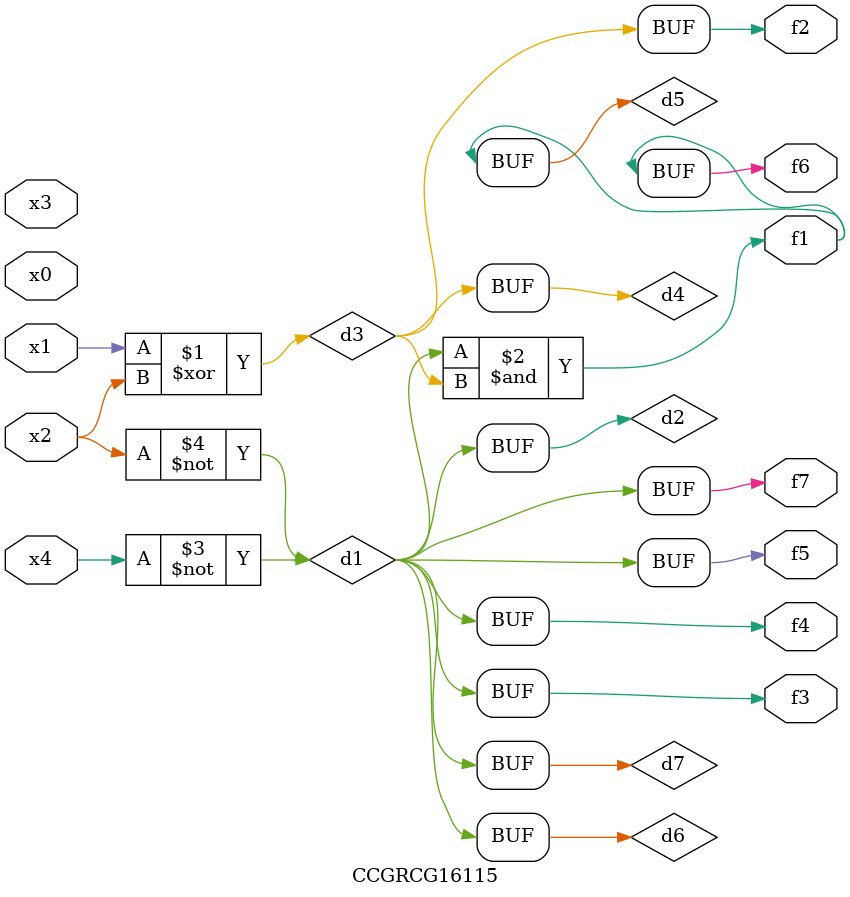
<source format=v>
module CCGRCG16115(
	input x0, x1, x2, x3, x4,
	output f1, f2, f3, f4, f5, f6, f7
);

	wire d1, d2, d3, d4, d5, d6, d7;

	not (d1, x4);
	not (d2, x2);
	xor (d3, x1, x2);
	buf (d4, d3);
	and (d5, d1, d3);
	buf (d6, d1, d2);
	buf (d7, d2);
	assign f1 = d5;
	assign f2 = d4;
	assign f3 = d7;
	assign f4 = d7;
	assign f5 = d7;
	assign f6 = d5;
	assign f7 = d7;
endmodule

</source>
